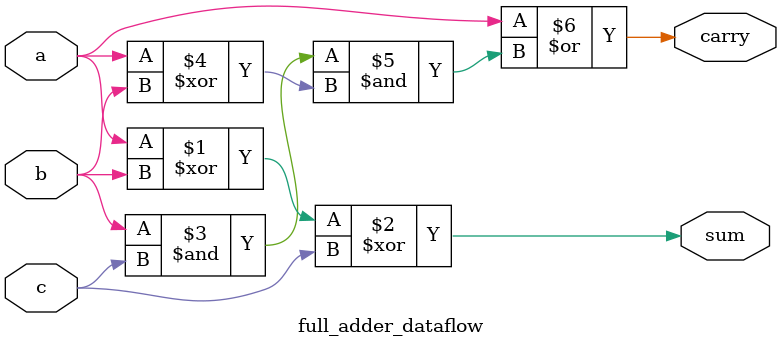
<source format=v>
`timescale 1ns / 1ps


module full_adder_dataflow(sum,carry,a,b,c);
input a,b,c;
output sum,carry;
assign sum=a^b^c;
assign carry=a|b &c&(a^b);
endmodule

</source>
